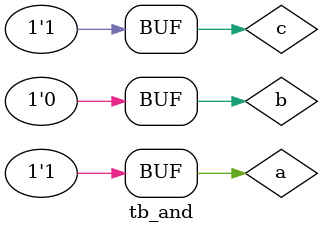
<source format=v>
`timescale 1ns / 1ps


module tb_and(

    );
    
    reg a;
    reg b;
    reg c;
    //output
    wire d;
    
    andgate uul(
    .a(a),
    .b(b),
    .c(c),
    .d(d)
    );
    
    initial begin 
    
    a = 0; b = 0; c = 0;
    
    #100;
    
    a = 0; b = 0; c = 1;
    
    #20;   
    
    a = 1; b = 0; c = 1;
    
    #10;   
    
    end
    
endmodule

</source>
